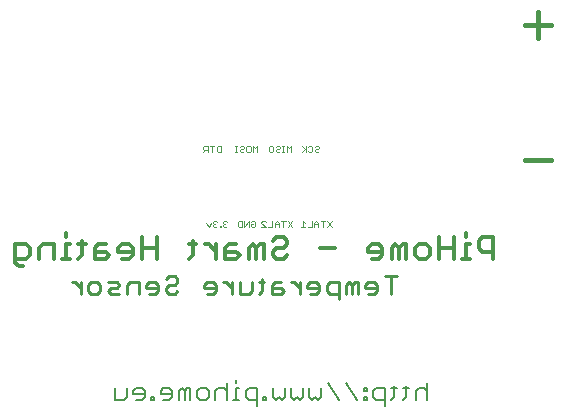
<source format=gbr>
G04 EAGLE Gerber RS-274X export*
G75*
%MOMM*%
%FSLAX34Y34*%
%LPD*%
%INSilkscreen Bottom*%
%IPPOS*%
%AMOC8*
5,1,8,0,0,1.08239X$1,22.5*%
G01*
%ADD10C,0.203200*%
%ADD11C,0.330200*%
%ADD12C,0.279400*%
%ADD13C,0.076200*%
%ADD14C,0.457200*%


D10*
X570740Y24397D02*
X570740Y9652D01*
X570740Y17024D02*
X568283Y19482D01*
X563368Y19482D01*
X560911Y17024D01*
X560911Y9652D01*
X552847Y12109D02*
X552847Y21939D01*
X552847Y12109D02*
X550389Y9652D01*
X550389Y19482D02*
X555304Y19482D01*
X542556Y21939D02*
X542556Y12109D01*
X540099Y9652D01*
X540099Y19482D02*
X545014Y19482D01*
X534723Y19482D02*
X534723Y4737D01*
X534723Y19482D02*
X527351Y19482D01*
X524893Y17024D01*
X524893Y12109D01*
X527351Y9652D01*
X534723Y9652D01*
X519287Y19482D02*
X516829Y19482D01*
X516829Y17024D01*
X519287Y17024D01*
X519287Y19482D01*
X519287Y12109D02*
X516829Y12109D01*
X516829Y9652D01*
X519287Y9652D01*
X519287Y12109D01*
X511569Y9652D02*
X501739Y24397D01*
X486303Y24397D02*
X496133Y9652D01*
X480697Y12109D02*
X480697Y19482D01*
X480697Y12109D02*
X478239Y9652D01*
X475782Y12109D01*
X473324Y9652D01*
X470867Y12109D01*
X470867Y19482D01*
X465261Y19482D02*
X465261Y12109D01*
X462803Y9652D01*
X460346Y12109D01*
X457888Y9652D01*
X455431Y12109D01*
X455431Y19482D01*
X449825Y19482D02*
X449825Y12109D01*
X447367Y9652D01*
X444910Y12109D01*
X442452Y9652D01*
X439995Y12109D01*
X439995Y19482D01*
X434388Y12109D02*
X434388Y9652D01*
X434388Y12109D02*
X431931Y12109D01*
X431931Y9652D01*
X434388Y9652D01*
X426670Y4737D02*
X426670Y19482D01*
X419298Y19482D01*
X416841Y17024D01*
X416841Y12109D01*
X419298Y9652D01*
X426670Y9652D01*
X411234Y19482D02*
X408777Y19482D01*
X408777Y9652D01*
X411234Y9652D02*
X406320Y9652D01*
X408777Y24397D02*
X408777Y26854D01*
X400944Y24397D02*
X400944Y9652D01*
X400944Y17024D02*
X398486Y19482D01*
X393571Y19482D01*
X391114Y17024D01*
X391114Y9652D01*
X383050Y9652D02*
X378135Y9652D01*
X375678Y12109D01*
X375678Y17024D01*
X378135Y19482D01*
X383050Y19482D01*
X385508Y17024D01*
X385508Y12109D01*
X383050Y9652D01*
X370072Y9652D02*
X370072Y19482D01*
X367614Y19482D01*
X365157Y17024D01*
X365157Y9652D01*
X365157Y17024D02*
X362699Y19482D01*
X360242Y17024D01*
X360242Y9652D01*
X352178Y9652D02*
X347263Y9652D01*
X352178Y9652D02*
X354635Y12109D01*
X354635Y17024D01*
X352178Y19482D01*
X347263Y19482D01*
X344806Y17024D01*
X344806Y14567D01*
X354635Y14567D01*
X339199Y12109D02*
X339199Y9652D01*
X339199Y12109D02*
X336742Y12109D01*
X336742Y9652D01*
X339199Y9652D01*
X329024Y9652D02*
X324109Y9652D01*
X329024Y9652D02*
X331481Y12109D01*
X331481Y17024D01*
X329024Y19482D01*
X324109Y19482D01*
X321652Y17024D01*
X321652Y14567D01*
X331481Y14567D01*
X316045Y12109D02*
X316045Y19482D01*
X316045Y12109D02*
X313588Y9652D01*
X306216Y9652D01*
X306216Y19482D01*
D11*
X626579Y129032D02*
X626579Y147590D01*
X617300Y147590D01*
X614207Y144497D01*
X614207Y138311D01*
X617300Y135218D01*
X626579Y135218D01*
X606466Y141404D02*
X603373Y141404D01*
X603373Y129032D01*
X606466Y129032D02*
X600280Y129032D01*
X603373Y147590D02*
X603373Y150683D01*
X593057Y147590D02*
X593057Y129032D01*
X593057Y138311D02*
X580685Y138311D01*
X580685Y147590D02*
X580685Y129032D01*
X569850Y129032D02*
X563664Y129032D01*
X560571Y132125D01*
X560571Y138311D01*
X563664Y141404D01*
X569850Y141404D01*
X572943Y138311D01*
X572943Y132125D01*
X569850Y129032D01*
X552829Y129032D02*
X552829Y141404D01*
X549736Y141404D01*
X546643Y138311D01*
X546643Y129032D01*
X546643Y138311D02*
X543550Y141404D01*
X540457Y138311D01*
X540457Y129032D01*
X529623Y129032D02*
X523437Y129032D01*
X529623Y129032D02*
X532716Y132125D01*
X532716Y138311D01*
X529623Y141404D01*
X523437Y141404D01*
X520344Y138311D01*
X520344Y135218D01*
X532716Y135218D01*
X492488Y138311D02*
X480116Y138311D01*
X442982Y147590D02*
X439889Y144497D01*
X442982Y147590D02*
X449168Y147590D01*
X452261Y144497D01*
X452261Y141404D01*
X449168Y138311D01*
X442982Y138311D01*
X439889Y135218D01*
X439889Y132125D01*
X442982Y129032D01*
X449168Y129032D01*
X452261Y132125D01*
X432147Y129032D02*
X432147Y141404D01*
X429054Y141404D01*
X425961Y138311D01*
X425961Y129032D01*
X425961Y138311D02*
X422868Y141404D01*
X419775Y138311D01*
X419775Y129032D01*
X408941Y141404D02*
X402755Y141404D01*
X399662Y138311D01*
X399662Y129032D01*
X408941Y129032D01*
X412034Y132125D01*
X408941Y135218D01*
X399662Y135218D01*
X391920Y129032D02*
X391920Y141404D01*
X391920Y135218D02*
X385734Y141404D01*
X382641Y141404D01*
X372066Y144497D02*
X372066Y132125D01*
X368973Y129032D01*
X368973Y141404D02*
X375159Y141404D01*
X341636Y147590D02*
X341636Y129032D01*
X341636Y138311D02*
X329264Y138311D01*
X329264Y147590D02*
X329264Y129032D01*
X318429Y129032D02*
X312243Y129032D01*
X318429Y129032D02*
X321522Y132125D01*
X321522Y138311D01*
X318429Y141404D01*
X312243Y141404D01*
X309150Y138311D01*
X309150Y135218D01*
X321522Y135218D01*
X298316Y141404D02*
X292130Y141404D01*
X289037Y138311D01*
X289037Y129032D01*
X298316Y129032D01*
X301409Y132125D01*
X298316Y135218D01*
X289037Y135218D01*
X278202Y132125D02*
X278202Y144497D01*
X278202Y132125D02*
X275109Y129032D01*
X275109Y141404D02*
X281295Y141404D01*
X267886Y141404D02*
X264793Y141404D01*
X264793Y129032D01*
X267886Y129032D02*
X261700Y129032D01*
X264793Y147590D02*
X264793Y150683D01*
X254477Y141404D02*
X254477Y129032D01*
X254477Y141404D02*
X245198Y141404D01*
X242105Y138311D01*
X242105Y129032D01*
X228177Y122846D02*
X225084Y122846D01*
X221991Y125939D01*
X221991Y141404D01*
X231270Y141404D01*
X234363Y138311D01*
X234363Y132125D01*
X231270Y129032D01*
X221991Y129032D01*
D12*
X539703Y114821D02*
X539703Y99822D01*
X544703Y114821D02*
X534704Y114821D01*
X525832Y99822D02*
X520832Y99822D01*
X525832Y99822D02*
X528331Y102322D01*
X528331Y107321D01*
X525832Y109821D01*
X520832Y109821D01*
X518332Y107321D01*
X518332Y104822D01*
X528331Y104822D01*
X511960Y99822D02*
X511960Y109821D01*
X509460Y109821D01*
X506960Y107321D01*
X506960Y99822D01*
X506960Y107321D02*
X504460Y109821D01*
X501961Y107321D01*
X501961Y99822D01*
X495588Y94822D02*
X495588Y109821D01*
X488089Y109821D01*
X485589Y107321D01*
X485589Y102322D01*
X488089Y99822D01*
X495588Y99822D01*
X476717Y99822D02*
X471717Y99822D01*
X476717Y99822D02*
X479217Y102322D01*
X479217Y107321D01*
X476717Y109821D01*
X471717Y109821D01*
X469218Y107321D01*
X469218Y104822D01*
X479217Y104822D01*
X462845Y99822D02*
X462845Y109821D01*
X462845Y104822D02*
X457846Y109821D01*
X455346Y109821D01*
X446702Y109821D02*
X441703Y109821D01*
X439203Y107321D01*
X439203Y99822D01*
X446702Y99822D01*
X449202Y102322D01*
X446702Y104822D01*
X439203Y104822D01*
X430331Y102322D02*
X430331Y112321D01*
X430331Y102322D02*
X427831Y99822D01*
X427831Y109821D02*
X432831Y109821D01*
X421916Y109821D02*
X421916Y102322D01*
X419417Y99822D01*
X411917Y99822D01*
X411917Y109821D01*
X405545Y109821D02*
X405545Y99822D01*
X405545Y104822D02*
X400545Y109821D01*
X398045Y109821D01*
X389402Y99822D02*
X384402Y99822D01*
X389402Y99822D02*
X391902Y102322D01*
X391902Y107321D01*
X389402Y109821D01*
X384402Y109821D01*
X381903Y107321D01*
X381903Y104822D01*
X391902Y104822D01*
X351659Y114821D02*
X349159Y112321D01*
X351659Y114821D02*
X356659Y114821D01*
X359159Y112321D01*
X359159Y109821D01*
X356659Y107321D01*
X351659Y107321D01*
X349159Y104822D01*
X349159Y102322D01*
X351659Y99822D01*
X356659Y99822D01*
X359159Y102322D01*
X340287Y99822D02*
X335288Y99822D01*
X340287Y99822D02*
X342787Y102322D01*
X342787Y107321D01*
X340287Y109821D01*
X335288Y109821D01*
X332788Y107321D01*
X332788Y104822D01*
X342787Y104822D01*
X326416Y99822D02*
X326416Y109821D01*
X318916Y109821D01*
X316416Y107321D01*
X316416Y99822D01*
X310044Y99822D02*
X302545Y99822D01*
X300045Y102322D01*
X302545Y104822D01*
X307544Y104822D01*
X310044Y107321D01*
X307544Y109821D01*
X300045Y109821D01*
X291173Y99822D02*
X286173Y99822D01*
X283673Y102322D01*
X283673Y107321D01*
X286173Y109821D01*
X291173Y109821D01*
X293672Y107321D01*
X293672Y102322D01*
X291173Y99822D01*
X277301Y99822D02*
X277301Y109821D01*
X277301Y104822D02*
X272301Y109821D01*
X269801Y109821D01*
D13*
X395871Y219710D02*
X395871Y225049D01*
X395871Y219710D02*
X393202Y219710D01*
X392312Y220600D01*
X392312Y224159D01*
X393202Y225049D01*
X395871Y225049D01*
X388478Y225049D02*
X388478Y219710D01*
X390258Y225049D02*
X386699Y225049D01*
X384645Y225049D02*
X384645Y219710D01*
X384645Y225049D02*
X381975Y225049D01*
X381086Y224159D01*
X381086Y222379D01*
X381975Y221490D01*
X384645Y221490D01*
X382865Y221490D02*
X381086Y219710D01*
X426657Y219456D02*
X426657Y224795D01*
X424877Y223015D01*
X423097Y224795D01*
X423097Y219456D01*
X420154Y224795D02*
X418374Y224795D01*
X420154Y224795D02*
X421043Y223905D01*
X421043Y220346D01*
X420154Y219456D01*
X418374Y219456D01*
X417484Y220346D01*
X417484Y223905D01*
X418374Y224795D01*
X412761Y224795D02*
X411871Y223905D01*
X412761Y224795D02*
X414541Y224795D01*
X415430Y223905D01*
X415430Y223015D01*
X414541Y222125D01*
X412761Y222125D01*
X411871Y221236D01*
X411871Y220346D01*
X412761Y219456D01*
X414541Y219456D01*
X415430Y220346D01*
X409817Y219456D02*
X408038Y219456D01*
X408927Y219456D02*
X408927Y224795D01*
X408038Y224795D02*
X409817Y224795D01*
X455232Y224795D02*
X455232Y219456D01*
X453452Y223015D02*
X455232Y224795D01*
X453452Y223015D02*
X451672Y224795D01*
X451672Y219456D01*
X449618Y219456D02*
X447839Y219456D01*
X448729Y219456D02*
X448729Y224795D01*
X449618Y224795D02*
X447839Y224795D01*
X443207Y224795D02*
X442317Y223905D01*
X443207Y224795D02*
X444987Y224795D01*
X445876Y223905D01*
X445876Y223015D01*
X444987Y222125D01*
X443207Y222125D01*
X442317Y221236D01*
X442317Y220346D01*
X443207Y219456D01*
X444987Y219456D01*
X445876Y220346D01*
X439374Y224795D02*
X437594Y224795D01*
X439374Y224795D02*
X440263Y223905D01*
X440263Y220346D01*
X439374Y219456D01*
X437594Y219456D01*
X436704Y220346D01*
X436704Y223905D01*
X437594Y224795D01*
X475485Y223905D02*
X476375Y224795D01*
X478154Y224795D01*
X479044Y223905D01*
X479044Y223015D01*
X478154Y222125D01*
X476375Y222125D01*
X475485Y221236D01*
X475485Y220346D01*
X476375Y219456D01*
X478154Y219456D01*
X479044Y220346D01*
X470762Y224795D02*
X469872Y223905D01*
X470762Y224795D02*
X472541Y224795D01*
X473431Y223905D01*
X473431Y220346D01*
X472541Y219456D01*
X470762Y219456D01*
X469872Y220346D01*
X467818Y219456D02*
X467818Y224795D01*
X467818Y221236D02*
X464259Y224795D01*
X466928Y222125D02*
X464259Y219456D01*
X489647Y161549D02*
X486088Y156210D01*
X489647Y156210D02*
X486088Y161549D01*
X482254Y161549D02*
X482254Y156210D01*
X484034Y161549D02*
X480475Y161549D01*
X478421Y159769D02*
X478421Y156210D01*
X478421Y159769D02*
X476641Y161549D01*
X474862Y159769D01*
X474862Y156210D01*
X474862Y158879D02*
X478421Y158879D01*
X472808Y161549D02*
X472808Y156210D01*
X469249Y156210D01*
X467195Y159769D02*
X465415Y161549D01*
X465415Y156210D01*
X463636Y156210D02*
X467195Y156210D01*
X456310Y161549D02*
X452751Y156210D01*
X456310Y156210D02*
X452751Y161549D01*
X448917Y161549D02*
X448917Y156210D01*
X450696Y161549D02*
X447137Y161549D01*
X445083Y159769D02*
X445083Y156210D01*
X445083Y159769D02*
X443304Y161549D01*
X441524Y159769D01*
X441524Y156210D01*
X441524Y158879D02*
X445083Y158879D01*
X439470Y161549D02*
X439470Y156210D01*
X435911Y156210D01*
X433857Y156210D02*
X430298Y156210D01*
X433857Y156210D02*
X430298Y159769D01*
X430298Y160659D01*
X431188Y161549D01*
X432967Y161549D01*
X433857Y160659D01*
X422400Y161295D02*
X421510Y160405D01*
X422400Y161295D02*
X424179Y161295D01*
X425069Y160405D01*
X425069Y156846D01*
X424179Y155956D01*
X422400Y155956D01*
X421510Y156846D01*
X421510Y158625D01*
X423290Y158625D01*
X419456Y155956D02*
X419456Y161295D01*
X415897Y155956D01*
X415897Y161295D01*
X413843Y161295D02*
X413843Y155956D01*
X411174Y155956D01*
X410284Y156846D01*
X410284Y160405D01*
X411174Y161295D01*
X413843Y161295D01*
X401257Y160405D02*
X400367Y161295D01*
X398587Y161295D01*
X397697Y160405D01*
X397697Y159515D01*
X398587Y158625D01*
X399477Y158625D01*
X398587Y158625D02*
X397697Y157736D01*
X397697Y156846D01*
X398587Y155956D01*
X400367Y155956D01*
X401257Y156846D01*
X395643Y156846D02*
X395643Y155956D01*
X395643Y156846D02*
X394754Y156846D01*
X394754Y155956D01*
X395643Y155956D01*
X392837Y160405D02*
X391947Y161295D01*
X390168Y161295D01*
X389278Y160405D01*
X389278Y159515D01*
X390168Y158625D01*
X391057Y158625D01*
X390168Y158625D02*
X389278Y157736D01*
X389278Y156846D01*
X390168Y155956D01*
X391947Y155956D01*
X392837Y156846D01*
X387224Y159515D02*
X385444Y155956D01*
X383665Y159515D01*
D14*
X653161Y327039D02*
X675532Y327039D01*
X664347Y315854D02*
X664347Y338225D01*
X653161Y212739D02*
X675532Y212739D01*
M02*

</source>
